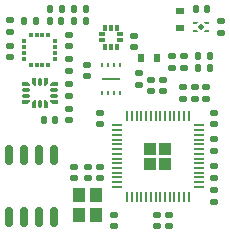
<source format=gtp>
G04 #@! TF.GenerationSoftware,KiCad,Pcbnew,(6.0.5)*
G04 #@! TF.CreationDate,2022-08-03T23:35:42+05:30*
G04 #@! TF.ProjectId,picofusion,7069636f-6675-4736-996f-6e2e6b696361,rev?*
G04 #@! TF.SameCoordinates,Original*
G04 #@! TF.FileFunction,Paste,Top*
G04 #@! TF.FilePolarity,Positive*
%FSLAX46Y46*%
G04 Gerber Fmt 4.6, Leading zero omitted, Abs format (unit mm)*
G04 Created by KiCad (PCBNEW (6.0.5)) date 2022-08-03 23:35:42*
%MOMM*%
%LPD*%
G01*
G04 APERTURE LIST*
G04 Aperture macros list*
%AMRoundRect*
0 Rectangle with rounded corners*
0 $1 Rounding radius*
0 $2 $3 $4 $5 $6 $7 $8 $9 X,Y pos of 4 corners*
0 Add a 4 corners polygon primitive as box body*
4,1,4,$2,$3,$4,$5,$6,$7,$8,$9,$2,$3,0*
0 Add four circle primitives for the rounded corners*
1,1,$1+$1,$2,$3*
1,1,$1+$1,$4,$5*
1,1,$1+$1,$6,$7*
1,1,$1+$1,$8,$9*
0 Add four rect primitives between the rounded corners*
20,1,$1+$1,$2,$3,$4,$5,0*
20,1,$1+$1,$4,$5,$6,$7,0*
20,1,$1+$1,$6,$7,$8,$9,0*
20,1,$1+$1,$8,$9,$2,$3,0*%
%AMRotRect*
0 Rectangle, with rotation*
0 The origin of the aperture is its center*
0 $1 length*
0 $2 width*
0 $3 Rotation angle, in degrees counterclockwise*
0 Add horizontal line*
21,1,$1,$2,0,0,$3*%
%AMFreePoly0*
4,1,48,0.036020,0.199191,0.037970,0.199714,0.040958,0.198321,0.057086,0.195477,0.069630,0.184951,0.084467,0.178033,0.290533,-0.028033,0.293203,-0.031847,0.294953,-0.032857,0.296081,-0.035957,0.305473,-0.049370,0.306900,-0.065680,0.312500,-0.081066,0.312500,-0.125000,0.310782,-0.134742,0.311361,-0.138024,0.309695,-0.140910,0.307977,-0.150652,0.295451,-0.165579,0.285709,-0.182453,
0.279350,-0.184767,0.275000,-0.189952,0.255809,-0.193336,0.237500,-0.200000,-0.237500,-0.200000,-0.247242,-0.198282,-0.250524,-0.198861,-0.253410,-0.197195,-0.263152,-0.195477,-0.278079,-0.182951,-0.294953,-0.173209,-0.297267,-0.166850,-0.302452,-0.162500,-0.305836,-0.143309,-0.312500,-0.125000,-0.312500,0.125000,-0.310782,0.134742,-0.311361,0.138024,-0.309695,0.140910,-0.307977,0.150652,
-0.295451,0.165579,-0.285709,0.182453,-0.279350,0.184767,-0.275000,0.189952,-0.255809,0.193336,-0.237500,0.200000,0.031434,0.200000,0.036020,0.199191,0.036020,0.199191,$1*%
%AMFreePoly1*
4,1,48,0.247242,0.198282,0.250524,0.198861,0.253410,0.197195,0.263152,0.195477,0.278079,0.182951,0.294953,0.173209,0.297267,0.166850,0.302452,0.162500,0.305836,0.143309,0.312500,0.125000,0.312500,0.081066,0.311691,0.076480,0.312214,0.074529,0.310820,0.071540,0.307977,0.055414,0.297452,0.042871,0.290533,0.028033,0.084467,-0.178033,0.080653,-0.180703,0.079643,-0.182453,
0.076543,-0.183581,0.063130,-0.192973,0.046819,-0.194400,0.031434,-0.200000,-0.237500,-0.200000,-0.247242,-0.198282,-0.250524,-0.198861,-0.253410,-0.197195,-0.263152,-0.195477,-0.278079,-0.182951,-0.294953,-0.173209,-0.297267,-0.166850,-0.302452,-0.162500,-0.305836,-0.143309,-0.312500,-0.125000,-0.312500,0.125000,-0.310782,0.134742,-0.311361,0.138024,-0.309695,0.140910,-0.307977,0.150652,
-0.295451,0.165579,-0.285709,0.182453,-0.279350,0.184767,-0.275000,0.189952,-0.255809,0.193336,-0.237500,0.200000,0.237500,0.200000,0.247242,0.198282,0.247242,0.198282,$1*%
%AMFreePoly2*
4,1,48,0.134742,0.310782,0.138024,0.311361,0.140910,0.309695,0.150652,0.307977,0.165579,0.295451,0.182453,0.285709,0.184767,0.279350,0.189952,0.275000,0.193336,0.255809,0.200000,0.237500,0.200000,-0.237500,0.198282,-0.247242,0.198861,-0.250524,0.197195,-0.253410,0.195477,-0.263152,0.182951,-0.278079,0.173209,-0.294953,0.166850,-0.297267,0.162500,-0.302452,0.143309,-0.305836,
0.125000,-0.312500,-0.125000,-0.312500,-0.134742,-0.310782,-0.138024,-0.311361,-0.140910,-0.309695,-0.150652,-0.307977,-0.165579,-0.295451,-0.182453,-0.285709,-0.184767,-0.279350,-0.189952,-0.275000,-0.193336,-0.255809,-0.200000,-0.237500,-0.200000,0.031434,-0.199191,0.036020,-0.199714,0.037970,-0.198321,0.040958,-0.195477,0.057086,-0.184951,0.069630,-0.178033,0.084467,0.028033,0.290533,
0.031847,0.293203,0.032857,0.294953,0.035957,0.296081,0.049370,0.305473,0.065680,0.306900,0.081066,0.312500,0.125000,0.312500,0.134742,0.310782,0.134742,0.310782,$1*%
%AMFreePoly3*
4,1,48,-0.076480,0.311691,-0.074530,0.312214,-0.071542,0.310821,-0.055414,0.307977,-0.042870,0.297451,-0.028033,0.290533,0.178033,0.084467,0.180703,0.080653,0.182453,0.079643,0.183581,0.076543,0.192973,0.063130,0.194400,0.046820,0.200000,0.031434,0.200000,-0.237500,0.198282,-0.247242,0.198861,-0.250524,0.197195,-0.253410,0.195477,-0.263152,0.182951,-0.278079,0.173209,-0.294953,
0.166850,-0.297267,0.162500,-0.302452,0.143309,-0.305836,0.125000,-0.312500,-0.125000,-0.312500,-0.134742,-0.310782,-0.138024,-0.311361,-0.140910,-0.309695,-0.150652,-0.307977,-0.165579,-0.295451,-0.182453,-0.285709,-0.184767,-0.279350,-0.189952,-0.275000,-0.193336,-0.255809,-0.200000,-0.237500,-0.200000,0.237500,-0.198282,0.247242,-0.198861,0.250524,-0.197195,0.253410,-0.195477,0.263152,
-0.182951,0.278079,-0.173209,0.294953,-0.166850,0.297267,-0.162500,0.302452,-0.143309,0.305836,-0.125000,0.312500,-0.081066,0.312500,-0.076480,0.311691,-0.076480,0.311691,$1*%
%AMFreePoly4*
4,1,48,0.247242,0.198282,0.250524,0.198861,0.253410,0.197195,0.263152,0.195477,0.278079,0.182951,0.294953,0.173209,0.297267,0.166850,0.302452,0.162500,0.305836,0.143309,0.312500,0.125000,0.312500,-0.125000,0.310782,-0.134742,0.311361,-0.138024,0.309695,-0.140910,0.307977,-0.150652,0.295451,-0.165579,0.285709,-0.182453,0.279350,-0.184767,0.275000,-0.189952,0.255809,-0.193336,
0.237500,-0.200000,-0.031434,-0.200000,-0.036020,-0.199191,-0.037971,-0.199714,-0.040960,-0.198320,-0.057086,-0.195477,-0.069629,-0.184952,-0.084467,-0.178033,-0.290533,0.028033,-0.293203,0.031847,-0.294953,0.032857,-0.296081,0.035957,-0.305473,0.049370,-0.306900,0.065681,-0.312500,0.081066,-0.312500,0.125000,-0.310782,0.134742,-0.311361,0.138024,-0.309695,0.140910,-0.307977,0.150652,
-0.295451,0.165579,-0.285709,0.182453,-0.279350,0.184767,-0.275000,0.189952,-0.255809,0.193336,-0.237500,0.200000,0.237500,0.200000,0.247242,0.198282,0.247242,0.198282,$1*%
%AMFreePoly5*
4,1,48,0.247242,0.198282,0.250524,0.198861,0.253410,0.197195,0.263152,0.195477,0.278079,0.182951,0.294953,0.173209,0.297267,0.166850,0.302452,0.162500,0.305836,0.143309,0.312500,0.125000,0.312500,-0.125000,0.310782,-0.134742,0.311361,-0.138024,0.309695,-0.140910,0.307977,-0.150652,0.295451,-0.165579,0.285709,-0.182453,0.279350,-0.184767,0.275000,-0.189952,0.255809,-0.193336,
0.237500,-0.200000,-0.237500,-0.200000,-0.247242,-0.198282,-0.250524,-0.198861,-0.253410,-0.197195,-0.263152,-0.195477,-0.278079,-0.182951,-0.294953,-0.173209,-0.297267,-0.166850,-0.302452,-0.162500,-0.305836,-0.143309,-0.312500,-0.125000,-0.312500,-0.081066,-0.311691,-0.076480,-0.312214,-0.074530,-0.310821,-0.071542,-0.307977,-0.055414,-0.297451,-0.042870,-0.290533,-0.028033,-0.084467,0.178033,
-0.080653,0.180703,-0.079643,0.182453,-0.076543,0.183581,-0.063130,0.192973,-0.046820,0.194400,-0.031434,0.200000,0.237500,0.200000,0.247242,0.198282,0.247242,0.198282,$1*%
%AMFreePoly6*
4,1,48,0.134742,0.310782,0.138024,0.311361,0.140910,0.309695,0.150652,0.307977,0.165579,0.295451,0.182453,0.285709,0.184767,0.279350,0.189952,0.275000,0.193336,0.255809,0.200000,0.237500,0.200000,-0.031434,0.199191,-0.036020,0.199714,-0.037971,0.198320,-0.040960,0.195477,-0.057086,0.184952,-0.069629,0.178033,-0.084467,-0.028033,-0.290533,-0.031847,-0.293203,-0.032857,-0.294953,
-0.035957,-0.296081,-0.049370,-0.305473,-0.065681,-0.306900,-0.081066,-0.312500,-0.125000,-0.312500,-0.134742,-0.310782,-0.138024,-0.311361,-0.140910,-0.309695,-0.150652,-0.307977,-0.165579,-0.295451,-0.182453,-0.285709,-0.184767,-0.279350,-0.189952,-0.275000,-0.193336,-0.255809,-0.200000,-0.237500,-0.200000,0.237500,-0.198282,0.247242,-0.198861,0.250524,-0.197195,0.253410,-0.195477,0.263152,
-0.182951,0.278079,-0.173209,0.294953,-0.166850,0.297267,-0.162500,0.302452,-0.143309,0.305836,-0.125000,0.312500,0.125000,0.312500,0.134742,0.310782,0.134742,0.310782,$1*%
%AMFreePoly7*
4,1,48,0.134742,0.310782,0.138024,0.311361,0.140910,0.309695,0.150652,0.307977,0.165579,0.295451,0.182453,0.285709,0.184767,0.279350,0.189952,0.275000,0.193336,0.255809,0.200000,0.237500,0.200000,-0.237500,0.198282,-0.247242,0.198861,-0.250524,0.197195,-0.253410,0.195477,-0.263152,0.182951,-0.278079,0.173209,-0.294953,0.166850,-0.297267,0.162500,-0.302452,0.143309,-0.305836,
0.125000,-0.312500,0.081066,-0.312500,0.076480,-0.311691,0.074529,-0.312214,0.071540,-0.310820,0.055414,-0.307977,0.042871,-0.297452,0.028033,-0.290533,-0.178033,-0.084467,-0.180703,-0.080653,-0.182453,-0.079643,-0.183581,-0.076543,-0.192973,-0.063130,-0.194400,-0.046819,-0.200000,-0.031434,-0.200000,0.237500,-0.198282,0.247242,-0.198861,0.250524,-0.197195,0.253410,-0.195477,0.263152,
-0.182951,0.278079,-0.173209,0.294953,-0.166850,0.297267,-0.162500,0.302452,-0.143309,0.305836,-0.125000,0.312500,0.125000,0.312500,0.134742,0.310782,0.134742,0.310782,$1*%
%AMFreePoly8*
4,1,6,0.180000,-0.075000,0.180000,-0.105000,-0.220000,-0.105000,-0.220000,0.105000,0.000000,0.105000,0.180000,-0.075000,0.180000,-0.075000,$1*%
%AMFreePoly9*
4,1,6,0.220000,-0.105000,0.000000,-0.105000,-0.180000,0.075000,-0.180000,0.105000,0.220000,0.105000,0.220000,-0.105000,0.220000,-0.105000,$1*%
%AMFreePoly10*
4,1,6,0.220000,-0.105000,-0.180000,-0.105000,-0.180000,-0.075000,0.000000,0.105000,0.220000,0.105000,0.220000,-0.105000,0.220000,-0.105000,$1*%
%AMFreePoly11*
4,1,6,0.180000,0.075000,0.000000,-0.105000,-0.220000,-0.105000,-0.220000,0.105000,0.180000,0.105000,0.180000,0.075000,0.180000,0.075000,$1*%
G04 Aperture macros list end*
%ADD10RoundRect,0.140000X-0.140000X-0.170000X0.140000X-0.170000X0.140000X0.170000X-0.140000X0.170000X0*%
%ADD11RoundRect,0.135000X-0.135000X-0.185000X0.135000X-0.185000X0.135000X0.185000X-0.135000X0.185000X0*%
%ADD12RoundRect,0.140000X0.170000X-0.140000X0.170000X0.140000X-0.170000X0.140000X-0.170000X-0.140000X0*%
%ADD13RoundRect,0.147500X0.147500X0.172500X-0.147500X0.172500X-0.147500X-0.172500X0.147500X-0.172500X0*%
%ADD14R,0.600000X0.700000*%
%ADD15R,1.600000X0.200000*%
%ADD16R,0.250000X0.300000*%
%ADD17RoundRect,0.140000X-0.170000X0.140000X-0.170000X-0.140000X0.170000X-0.140000X0.170000X0.140000X0*%
%ADD18R,0.450000X0.300000*%
%ADD19R,0.300000X0.450000*%
%ADD20FreePoly0,0.000000*%
%ADD21RoundRect,0.100000X-0.212500X-0.100000X0.212500X-0.100000X0.212500X0.100000X-0.212500X0.100000X0*%
%ADD22FreePoly1,0.000000*%
%ADD23FreePoly2,0.000000*%
%ADD24RoundRect,0.100000X-0.100000X-0.212500X0.100000X-0.212500X0.100000X0.212500X-0.100000X0.212500X0*%
%ADD25FreePoly3,0.000000*%
%ADD26FreePoly4,0.000000*%
%ADD27FreePoly5,0.000000*%
%ADD28FreePoly6,0.000000*%
%ADD29FreePoly7,0.000000*%
%ADD30RoundRect,0.135000X0.185000X-0.135000X0.185000X0.135000X-0.185000X0.135000X-0.185000X-0.135000X0*%
%ADD31FreePoly8,0.000000*%
%ADD32FreePoly9,0.000000*%
%ADD33FreePoly10,0.000000*%
%ADD34FreePoly11,0.000000*%
%ADD35RotRect,0.450000X0.450000X45.000000*%
%ADD36RoundRect,0.014000X-0.181000X-0.161000X0.181000X-0.161000X0.181000X0.161000X-0.181000X0.161000X0*%
%ADD37RoundRect,0.017500X-0.157500X-0.177500X0.157500X-0.177500X0.157500X0.177500X-0.157500X0.177500X0*%
%ADD38RoundRect,0.135000X-0.185000X0.135000X-0.185000X-0.135000X0.185000X-0.135000X0.185000X0.135000X0*%
%ADD39RoundRect,0.135000X0.135000X0.185000X-0.135000X0.185000X-0.135000X-0.185000X0.135000X-0.185000X0*%
%ADD40R,1.000000X1.150000*%
%ADD41RoundRect,0.140000X0.140000X0.170000X-0.140000X0.170000X-0.140000X-0.170000X0.140000X-0.170000X0*%
%ADD42RoundRect,0.150000X0.150000X-0.675000X0.150000X0.675000X-0.150000X0.675000X-0.150000X-0.675000X0*%
%ADD43RoundRect,0.250000X-0.292217X-0.292217X0.292217X-0.292217X0.292217X0.292217X-0.292217X0.292217X0*%
%ADD44RoundRect,0.050000X-0.387500X-0.050000X0.387500X-0.050000X0.387500X0.050000X-0.387500X0.050000X0*%
%ADD45RoundRect,0.050000X-0.050000X-0.387500X0.050000X-0.387500X0.050000X0.387500X-0.050000X0.387500X0*%
%ADD46R,0.700000X0.600000*%
G04 APERTURE END LIST*
D10*
G04 #@! TO.C,C11*
X156820000Y-30700000D03*
X157780000Y-30700000D03*
G04 #@! TD*
D11*
G04 #@! TO.C,R9*
X152545000Y-31687500D03*
X153565000Y-31687500D03*
G04 #@! TD*
D12*
G04 #@! TO.C,C17*
X156400000Y-40107500D03*
X156400000Y-39147500D03*
G04 #@! TD*
G04 #@! TO.C,C1*
X162300000Y-37100000D03*
X162300000Y-36140000D03*
G04 #@! TD*
D13*
G04 #@! TO.C,D2*
X168285000Y-34700000D03*
X167315000Y-34700000D03*
G04 #@! TD*
D12*
G04 #@! TO.C,C10*
X163300000Y-37680000D03*
X163300000Y-36720000D03*
G04 #@! TD*
D14*
G04 #@! TO.C,D1*
X163850000Y-34850000D03*
X162450000Y-34850000D03*
G04 #@! TD*
D15*
G04 #@! TO.C,U1*
X159900000Y-36600000D03*
D16*
X159150000Y-37800000D03*
X159650000Y-37800000D03*
X160150000Y-37800000D03*
X160650000Y-37800000D03*
X160650000Y-35400000D03*
X160150000Y-35400000D03*
X159650000Y-35400000D03*
X159150000Y-35400000D03*
G04 #@! TD*
D17*
G04 #@! TO.C,C4*
X157900000Y-35400000D03*
X157900000Y-36360000D03*
G04 #@! TD*
D12*
G04 #@! TO.C,C5*
X157985600Y-44996800D03*
X157985600Y-44036800D03*
G04 #@! TD*
G04 #@! TO.C,C27*
X156817200Y-44996800D03*
X156817200Y-44036800D03*
G04 #@! TD*
G04 #@! TO.C,C25*
X168000000Y-38300000D03*
X168000000Y-37340000D03*
G04 #@! TD*
D18*
G04 #@! TO.C,U5*
X152600000Y-33437500D03*
X152600000Y-33937500D03*
X152600000Y-34437500D03*
X152600000Y-34937500D03*
D19*
X153125000Y-35462500D03*
X153625000Y-35462500D03*
X154125000Y-35462500D03*
X154625000Y-35462500D03*
D18*
X155150000Y-34937500D03*
X155150000Y-34437500D03*
X155150000Y-33937500D03*
X155150000Y-33437500D03*
D19*
X154625000Y-32912500D03*
X154125000Y-32912500D03*
X153625000Y-32912500D03*
X153125000Y-32912500D03*
G04 #@! TD*
D20*
G04 #@! TO.C,U4*
X152737500Y-37050000D03*
D21*
X152737500Y-37550000D03*
X152737500Y-38050000D03*
D22*
X152737500Y-38550000D03*
D23*
X153400000Y-38712500D03*
D24*
X153900000Y-38712500D03*
D25*
X154400000Y-38712500D03*
D26*
X155062500Y-38550000D03*
D21*
X155062500Y-38050000D03*
X155062500Y-37550000D03*
D27*
X155062500Y-37050000D03*
D28*
X154400000Y-36887500D03*
D24*
X153900000Y-36887500D03*
D29*
X153400000Y-36887500D03*
G04 #@! TD*
D17*
G04 #@! TO.C,C9*
X163800000Y-48120000D03*
X163800000Y-49080000D03*
G04 #@! TD*
G04 #@! TO.C,C18*
X156400000Y-37067500D03*
X156400000Y-38027500D03*
G04 #@! TD*
D30*
G04 #@! TO.C,R2*
X165057500Y-35700000D03*
X165057500Y-34680000D03*
G04 #@! TD*
D12*
G04 #@! TO.C,C26*
X164300000Y-37680000D03*
X164300000Y-36720000D03*
G04 #@! TD*
D17*
G04 #@! TO.C,C8*
X160200000Y-48120000D03*
X160200000Y-49080000D03*
G04 #@! TD*
D31*
G04 #@! TO.C,U3*
X167140000Y-32550000D03*
D32*
X168000000Y-31900000D03*
D33*
X168000000Y-32550000D03*
D34*
X167140000Y-31900000D03*
D35*
X167570000Y-32225000D03*
G04 #@! TD*
D12*
G04 #@! TO.C,C20*
X156400000Y-33827500D03*
X156400000Y-32867500D03*
G04 #@! TD*
D17*
G04 #@! TO.C,C6*
X159000000Y-44036800D03*
X159000000Y-44996800D03*
G04 #@! TD*
D36*
G04 #@! TO.C,U6*
X159130000Y-32850000D03*
X159130000Y-33350000D03*
D37*
X159410000Y-33880000D03*
X159910000Y-33880000D03*
X160410000Y-33880000D03*
D36*
X160690000Y-33350000D03*
X160690000Y-32850000D03*
D37*
X160410000Y-32320000D03*
X159910000Y-32320000D03*
X159410000Y-32320000D03*
G04 #@! TD*
D12*
G04 #@! TO.C,C14*
X169270000Y-32705000D03*
X169270000Y-31745000D03*
G04 #@! TD*
D38*
G04 #@! TO.C,R8*
X151400000Y-31637500D03*
X151400000Y-32657500D03*
G04 #@! TD*
D30*
G04 #@! TO.C,R7*
X156400000Y-35957500D03*
X156400000Y-34937500D03*
G04 #@! TD*
D10*
G04 #@! TO.C,C16*
X167090000Y-30725000D03*
X168050000Y-30725000D03*
G04 #@! TD*
G04 #@! TO.C,C21*
X154757500Y-31687500D03*
X155717500Y-31687500D03*
G04 #@! TD*
D17*
G04 #@! TO.C,C15*
X168680000Y-44020000D03*
X168680000Y-44980000D03*
G04 #@! TD*
D38*
G04 #@! TO.C,R5*
X168680000Y-45990000D03*
X168680000Y-47010000D03*
G04 #@! TD*
D12*
G04 #@! TO.C,C7*
X159000000Y-40432500D03*
X159000000Y-39472500D03*
G04 #@! TD*
G04 #@! TO.C,C12*
X151400000Y-34767500D03*
X151400000Y-33807500D03*
G04 #@! TD*
G04 #@! TO.C,C13*
X167000000Y-38300000D03*
X167000000Y-37340000D03*
G04 #@! TD*
D30*
G04 #@! TO.C,R4*
X168690000Y-42710000D03*
X168690000Y-41690000D03*
G04 #@! TD*
D39*
G04 #@! TO.C,R6*
X168310000Y-35700000D03*
X167290000Y-35700000D03*
G04 #@! TD*
D10*
G04 #@! TO.C,C19*
X154260000Y-40077500D03*
X155220000Y-40077500D03*
G04 #@! TD*
D12*
G04 #@! TO.C,C24*
X168680000Y-40432500D03*
X168680000Y-39472500D03*
G04 #@! TD*
D17*
G04 #@! TO.C,C22*
X161900000Y-32960000D03*
X161900000Y-33920000D03*
G04 #@! TD*
D40*
G04 #@! TO.C,Y1*
X157260000Y-46425000D03*
X157260000Y-48175000D03*
X158660000Y-48175000D03*
X158660000Y-46425000D03*
G04 #@! TD*
D41*
G04 #@! TO.C,C23*
X157780000Y-31700000D03*
X156820000Y-31700000D03*
G04 #@! TD*
D17*
G04 #@! TO.C,C2*
X164800000Y-48120000D03*
X164800000Y-49080000D03*
G04 #@! TD*
D42*
G04 #@! TO.C,U7*
X151295000Y-48325000D03*
X152565000Y-48325000D03*
X153835000Y-48325000D03*
X155105000Y-48325000D03*
X155105000Y-43075000D03*
X153835000Y-43075000D03*
X152565000Y-43075000D03*
X151295000Y-43075000D03*
G04 #@! TD*
D11*
G04 #@! TO.C,R1*
X154727500Y-30700000D03*
X155747500Y-30700000D03*
G04 #@! TD*
D12*
G04 #@! TO.C,C3*
X166000000Y-38300000D03*
X166000000Y-37340000D03*
G04 #@! TD*
D43*
G04 #@! TO.C,U2*
X164537500Y-43800000D03*
X163262500Y-42525000D03*
X163262500Y-43800000D03*
X164537500Y-42525000D03*
D44*
X160462500Y-40562500D03*
X160462500Y-40962500D03*
X160462500Y-41362500D03*
X160462500Y-41762500D03*
X160462500Y-42162500D03*
X160462500Y-42562500D03*
X160462500Y-42962500D03*
X160462500Y-43362500D03*
X160462500Y-43762500D03*
X160462500Y-44162500D03*
X160462500Y-44562500D03*
X160462500Y-44962500D03*
X160462500Y-45362500D03*
X160462500Y-45762500D03*
D45*
X161300000Y-46600000D03*
X161700000Y-46600000D03*
X162100000Y-46600000D03*
X162500000Y-46600000D03*
X162900000Y-46600000D03*
X163300000Y-46600000D03*
X163700000Y-46600000D03*
X164100000Y-46600000D03*
X164500000Y-46600000D03*
X164900000Y-46600000D03*
X165300000Y-46600000D03*
X165700000Y-46600000D03*
X166100000Y-46600000D03*
X166500000Y-46600000D03*
D44*
X167337500Y-45762500D03*
X167337500Y-45362500D03*
X167337500Y-44962500D03*
X167337500Y-44562500D03*
X167337500Y-44162500D03*
X167337500Y-43762500D03*
X167337500Y-43362500D03*
X167337500Y-42962500D03*
X167337500Y-42562500D03*
X167337500Y-42162500D03*
X167337500Y-41762500D03*
X167337500Y-41362500D03*
X167337500Y-40962500D03*
X167337500Y-40562500D03*
D45*
X166500000Y-39725000D03*
X166100000Y-39725000D03*
X165700000Y-39725000D03*
X165300000Y-39725000D03*
X164900000Y-39725000D03*
X164500000Y-39725000D03*
X164100000Y-39725000D03*
X163700000Y-39725000D03*
X163300000Y-39725000D03*
X162900000Y-39725000D03*
X162500000Y-39725000D03*
X162100000Y-39725000D03*
X161700000Y-39725000D03*
X161300000Y-39725000D03*
G04 #@! TD*
D30*
G04 #@! TO.C,R3*
X166120000Y-35700000D03*
X166120000Y-34680000D03*
G04 #@! TD*
D46*
G04 #@! TO.C,D3*
X165800000Y-30900000D03*
X165800000Y-32300000D03*
G04 #@! TD*
M02*

</source>
